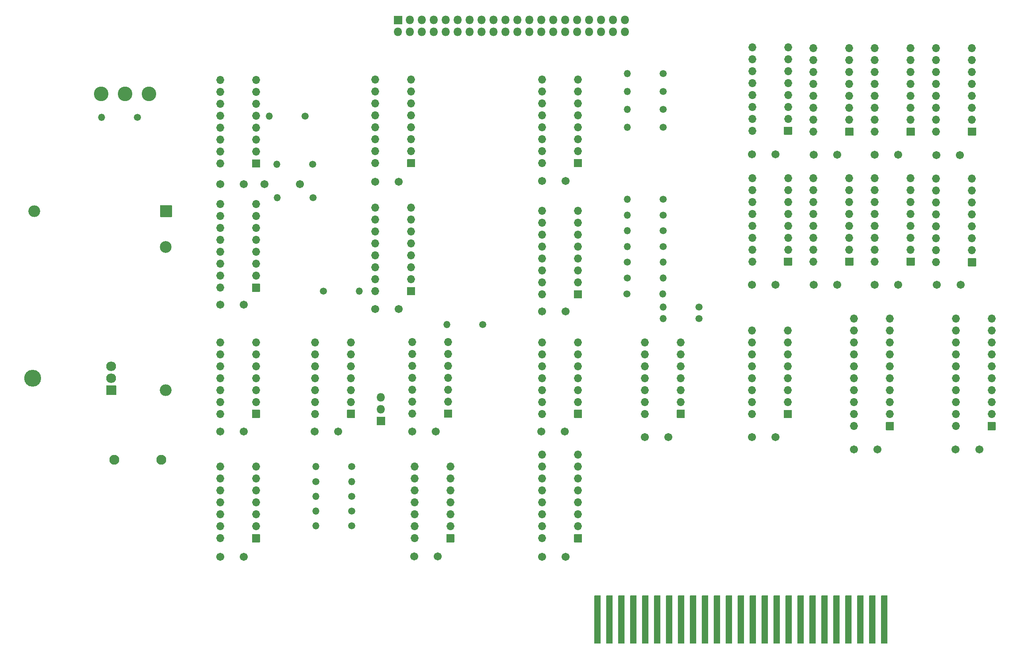
<source format=gbr>
G04 #@! TF.GenerationSoftware,KiCad,Pcbnew,5.1.8-5.1.8*
G04 #@! TF.CreationDate,2021-03-27T17:25:53-07:00*
G04 #@! TF.ProjectId,1066,31303636-2e6b-4696-9361-645f70636258,rev?*
G04 #@! TF.SameCoordinates,Original*
G04 #@! TF.FileFunction,Soldermask,Bot*
G04 #@! TF.FilePolarity,Negative*
%FSLAX46Y46*%
G04 Gerber Fmt 4.6, Leading zero omitted, Abs format (unit mm)*
G04 Created by KiCad (PCBNEW 5.1.8-5.1.8) date 2021-03-27 17:25:53*
%MOMM*%
%LPD*%
G01*
G04 APERTURE LIST*
%ADD10O,1.802000X1.802000*%
%ADD11O,3.602000X3.602000*%
%ADD12O,2.102000X2.007000*%
%ADD13C,1.702000*%
%ADD14O,1.702000X1.702000*%
%ADD15C,2.102000*%
%ADD16C,3.102000*%
%ADD17O,1.502000X1.502000*%
%ADD18C,1.502000*%
%ADD19O,2.502000X2.502000*%
%ADD20C,2.502000*%
G04 APERTURE END LIST*
G36*
G01*
X128320000Y-31509000D02*
X130020000Y-31509000D01*
G75*
G02*
X130071000Y-31560000I0J-51000D01*
G01*
X130071000Y-33260000D01*
G75*
G02*
X130020000Y-33311000I-51000J0D01*
G01*
X128320000Y-33311000D01*
G75*
G02*
X128269000Y-33260000I0J51000D01*
G01*
X128269000Y-31560000D01*
G75*
G02*
X128320000Y-31509000I51000J0D01*
G01*
G37*
D10*
X129170000Y-34950000D03*
X131710000Y-32410000D03*
X131710000Y-34950000D03*
X134250000Y-32410000D03*
X134250000Y-34950000D03*
X136790000Y-32410000D03*
X136790000Y-34950000D03*
X139330000Y-32410000D03*
X139330000Y-34950000D03*
X141870000Y-32410000D03*
X141870000Y-34950000D03*
X144410000Y-32410000D03*
X144410000Y-34950000D03*
X146950000Y-32410000D03*
X146950000Y-34950000D03*
X149490000Y-32410000D03*
X149490000Y-34950000D03*
X152030000Y-32410000D03*
X152030000Y-34950000D03*
X154570000Y-32410000D03*
X154570000Y-34950000D03*
X157110000Y-32410000D03*
X157110000Y-34950000D03*
X159650000Y-32410000D03*
X159650000Y-34950000D03*
X162190000Y-32410000D03*
X162190000Y-34950000D03*
X164730000Y-32410000D03*
X164730000Y-34950000D03*
X167270000Y-32410000D03*
X167270000Y-34950000D03*
X169810000Y-32410000D03*
X169810000Y-34950000D03*
X172350000Y-32410000D03*
X172350000Y-34950000D03*
X174890000Y-32410000D03*
X174890000Y-34950000D03*
X177430000Y-32410000D03*
X177430000Y-34950000D03*
D11*
X51540000Y-108680000D03*
G36*
G01*
X69200000Y-112223500D02*
X67200000Y-112223500D01*
G75*
G02*
X67149000Y-112172500I0J51000D01*
G01*
X67149000Y-110267500D01*
G75*
G02*
X67200000Y-110216500I51000J0D01*
G01*
X69200000Y-110216500D01*
G75*
G02*
X69251000Y-110267500I0J-51000D01*
G01*
X69251000Y-112172500D01*
G75*
G02*
X69200000Y-112223500I-51000J0D01*
G01*
G37*
D12*
X68200000Y-108680000D03*
X68200000Y-106140000D03*
D13*
X100780000Y-67330000D03*
X108280000Y-67330000D03*
D14*
X91360000Y-62970000D03*
X98980000Y-45190000D03*
X91360000Y-60430000D03*
X98980000Y-47730000D03*
X91360000Y-57890000D03*
X98980000Y-50270000D03*
X91360000Y-55350000D03*
X98980000Y-52810000D03*
X91360000Y-52810000D03*
X98980000Y-55350000D03*
X91360000Y-50270000D03*
X98980000Y-57890000D03*
X91360000Y-47730000D03*
X98980000Y-60430000D03*
X91360000Y-45190000D03*
G36*
G01*
X99831000Y-62170000D02*
X99831000Y-63770000D01*
G75*
G02*
X99780000Y-63821000I-51000J0D01*
G01*
X98180000Y-63821000D01*
G75*
G02*
X98129000Y-63770000I0J51000D01*
G01*
X98129000Y-62170000D01*
G75*
G02*
X98180000Y-62119000I51000J0D01*
G01*
X99780000Y-62119000D01*
G75*
G02*
X99831000Y-62170000I0J-51000D01*
G01*
G37*
D13*
X96390000Y-67360000D03*
X91390000Y-67360000D03*
X129330000Y-66860000D03*
X124330000Y-66860000D03*
X164790000Y-66690000D03*
X159790000Y-66690000D03*
X204420000Y-60990000D03*
X209420000Y-60990000D03*
X217520000Y-61080000D03*
X222520000Y-61080000D03*
X230460000Y-61080000D03*
X235460000Y-61080000D03*
X243620000Y-61160000D03*
X248620000Y-61160000D03*
X204440000Y-88750000D03*
X209440000Y-88750000D03*
X217520000Y-88760000D03*
X222520000Y-88760000D03*
X230520000Y-88760000D03*
X235520000Y-88760000D03*
X243730000Y-88750000D03*
X248730000Y-88750000D03*
X96340000Y-93010000D03*
X91340000Y-93010000D03*
X129310000Y-93910000D03*
X124310000Y-93910000D03*
X164790000Y-94440000D03*
X159790000Y-94440000D03*
X96350000Y-120020000D03*
X91350000Y-120020000D03*
X116420000Y-120030000D03*
X111420000Y-120030000D03*
X137200000Y-120020000D03*
X132200000Y-120020000D03*
X164650000Y-120030000D03*
X159650000Y-120030000D03*
X186620000Y-121220000D03*
X181620000Y-121220000D03*
X209380000Y-121220000D03*
X204380000Y-121220000D03*
X231065000Y-123790000D03*
X226065000Y-123790000D03*
X252710000Y-123790000D03*
X247710000Y-123790000D03*
X96390000Y-146680000D03*
X91390000Y-146680000D03*
X137620000Y-146610000D03*
X132620000Y-146610000D03*
X164800000Y-146680000D03*
X159800000Y-146680000D03*
D14*
X230523332Y-56200000D03*
X238143332Y-38420000D03*
X230523332Y-53660000D03*
X238143332Y-40960000D03*
X230523332Y-51120000D03*
X238143332Y-43500000D03*
X230523332Y-48580000D03*
X238143332Y-46040000D03*
X230523332Y-46040000D03*
X238143332Y-48580000D03*
X230523332Y-43500000D03*
X238143332Y-51120000D03*
X230523332Y-40960000D03*
X238143332Y-53660000D03*
X230523332Y-38420000D03*
G36*
G01*
X238994332Y-55400000D02*
X238994332Y-57000000D01*
G75*
G02*
X238943332Y-57051000I-51000J0D01*
G01*
X237343332Y-57051000D01*
G75*
G02*
X237292332Y-57000000I0J51000D01*
G01*
X237292332Y-55400000D01*
G75*
G02*
X237343332Y-55349000I51000J0D01*
G01*
X238943332Y-55349000D01*
G75*
G02*
X238994332Y-55400000I0J-51000D01*
G01*
G37*
G36*
G01*
X252031000Y-83190000D02*
X252031000Y-84790000D01*
G75*
G02*
X251980000Y-84841000I-51000J0D01*
G01*
X250380000Y-84841000D01*
G75*
G02*
X250329000Y-84790000I0J51000D01*
G01*
X250329000Y-83190000D01*
G75*
G02*
X250380000Y-83139000I51000J0D01*
G01*
X251980000Y-83139000D01*
G75*
G02*
X252031000Y-83190000I0J-51000D01*
G01*
G37*
X243560000Y-66210000D03*
X251180000Y-81450000D03*
X243560000Y-68750000D03*
X251180000Y-78910000D03*
X243560000Y-71290000D03*
X251180000Y-76370000D03*
X243560000Y-73830000D03*
X251180000Y-73830000D03*
X243560000Y-76370000D03*
X251180000Y-71290000D03*
X243560000Y-78910000D03*
X251180000Y-68750000D03*
X243560000Y-81450000D03*
X251180000Y-66210000D03*
X243560000Y-83990000D03*
D15*
X68830000Y-126010000D03*
X78830000Y-126010000D03*
D16*
X76260000Y-48150000D03*
X71180000Y-48150000D03*
X66100000Y-48140000D03*
D17*
X66150000Y-53110000D03*
D18*
X73770000Y-53110000D03*
D17*
X101830000Y-52880000D03*
D18*
X109450000Y-52880000D03*
D17*
X103370000Y-63090000D03*
D18*
X110990000Y-63090000D03*
D17*
X103490000Y-70250000D03*
D18*
X111110000Y-70250000D03*
D17*
X120900000Y-90150000D03*
D18*
X113280000Y-90150000D03*
D17*
X111680000Y-127510000D03*
D18*
X119300000Y-127510000D03*
D17*
X119290000Y-130692500D03*
D18*
X111670000Y-130692500D03*
D17*
X111670000Y-133835000D03*
D18*
X119290000Y-133835000D03*
D17*
X111670000Y-136977500D03*
D18*
X119290000Y-136977500D03*
D17*
X111670000Y-140120000D03*
D18*
X119290000Y-140120000D03*
D17*
X139540000Y-97210000D03*
D18*
X147160000Y-97210000D03*
D17*
X177930000Y-43830000D03*
D18*
X185550000Y-43830000D03*
D17*
X177940000Y-47650000D03*
D18*
X185560000Y-47650000D03*
D17*
X177940000Y-51460000D03*
D18*
X185560000Y-51460000D03*
D17*
X177940000Y-55270000D03*
D18*
X185560000Y-55270000D03*
D17*
X177880000Y-70560000D03*
D18*
X185500000Y-70560000D03*
D17*
X177880000Y-73916666D03*
D18*
X185500000Y-73916666D03*
D17*
X177880000Y-77273332D03*
D18*
X185500000Y-77273332D03*
D17*
X177880000Y-80629998D03*
D18*
X185500000Y-80629998D03*
D17*
X185500000Y-83986664D03*
D18*
X177880000Y-83986664D03*
D17*
X185500000Y-87343330D03*
D18*
X177880000Y-87343330D03*
D17*
X185460000Y-90700000D03*
D18*
X177840000Y-90700000D03*
D17*
X185520000Y-93480000D03*
D18*
X193140000Y-93480000D03*
D17*
X185530000Y-95940000D03*
D18*
X193150000Y-95940000D03*
G36*
G01*
X231854000Y-165130000D02*
X231854000Y-154970000D01*
G75*
G02*
X231905000Y-154919000I51000J0D01*
G01*
X233175000Y-154919000D01*
G75*
G02*
X233226000Y-154970000I0J-51000D01*
G01*
X233226000Y-165130000D01*
G75*
G02*
X233175000Y-165181000I-51000J0D01*
G01*
X231905000Y-165181000D01*
G75*
G02*
X231854000Y-165130000I0J51000D01*
G01*
G37*
G36*
G01*
X229314000Y-165130000D02*
X229314000Y-154970000D01*
G75*
G02*
X229365000Y-154919000I51000J0D01*
G01*
X230635000Y-154919000D01*
G75*
G02*
X230686000Y-154970000I0J-51000D01*
G01*
X230686000Y-165130000D01*
G75*
G02*
X230635000Y-165181000I-51000J0D01*
G01*
X229365000Y-165181000D01*
G75*
G02*
X229314000Y-165130000I0J51000D01*
G01*
G37*
G36*
G01*
X226774000Y-165130000D02*
X226774000Y-154970000D01*
G75*
G02*
X226825000Y-154919000I51000J0D01*
G01*
X228095000Y-154919000D01*
G75*
G02*
X228146000Y-154970000I0J-51000D01*
G01*
X228146000Y-165130000D01*
G75*
G02*
X228095000Y-165181000I-51000J0D01*
G01*
X226825000Y-165181000D01*
G75*
G02*
X226774000Y-165130000I0J51000D01*
G01*
G37*
G36*
G01*
X224234000Y-165130000D02*
X224234000Y-154970000D01*
G75*
G02*
X224285000Y-154919000I51000J0D01*
G01*
X225555000Y-154919000D01*
G75*
G02*
X225606000Y-154970000I0J-51000D01*
G01*
X225606000Y-165130000D01*
G75*
G02*
X225555000Y-165181000I-51000J0D01*
G01*
X224285000Y-165181000D01*
G75*
G02*
X224234000Y-165130000I0J51000D01*
G01*
G37*
G36*
G01*
X221694000Y-165130000D02*
X221694000Y-154970000D01*
G75*
G02*
X221745000Y-154919000I51000J0D01*
G01*
X223015000Y-154919000D01*
G75*
G02*
X223066000Y-154970000I0J-51000D01*
G01*
X223066000Y-165130000D01*
G75*
G02*
X223015000Y-165181000I-51000J0D01*
G01*
X221745000Y-165181000D01*
G75*
G02*
X221694000Y-165130000I0J51000D01*
G01*
G37*
G36*
G01*
X219154000Y-165130000D02*
X219154000Y-154970000D01*
G75*
G02*
X219205000Y-154919000I51000J0D01*
G01*
X220475000Y-154919000D01*
G75*
G02*
X220526000Y-154970000I0J-51000D01*
G01*
X220526000Y-165130000D01*
G75*
G02*
X220475000Y-165181000I-51000J0D01*
G01*
X219205000Y-165181000D01*
G75*
G02*
X219154000Y-165130000I0J51000D01*
G01*
G37*
G36*
G01*
X216614000Y-165130000D02*
X216614000Y-154970000D01*
G75*
G02*
X216665000Y-154919000I51000J0D01*
G01*
X217935000Y-154919000D01*
G75*
G02*
X217986000Y-154970000I0J-51000D01*
G01*
X217986000Y-165130000D01*
G75*
G02*
X217935000Y-165181000I-51000J0D01*
G01*
X216665000Y-165181000D01*
G75*
G02*
X216614000Y-165130000I0J51000D01*
G01*
G37*
G36*
G01*
X214074000Y-165130000D02*
X214074000Y-154970000D01*
G75*
G02*
X214125000Y-154919000I51000J0D01*
G01*
X215395000Y-154919000D01*
G75*
G02*
X215446000Y-154970000I0J-51000D01*
G01*
X215446000Y-165130000D01*
G75*
G02*
X215395000Y-165181000I-51000J0D01*
G01*
X214125000Y-165181000D01*
G75*
G02*
X214074000Y-165130000I0J51000D01*
G01*
G37*
G36*
G01*
X211534000Y-165130000D02*
X211534000Y-154970000D01*
G75*
G02*
X211585000Y-154919000I51000J0D01*
G01*
X212855000Y-154919000D01*
G75*
G02*
X212906000Y-154970000I0J-51000D01*
G01*
X212906000Y-165130000D01*
G75*
G02*
X212855000Y-165181000I-51000J0D01*
G01*
X211585000Y-165181000D01*
G75*
G02*
X211534000Y-165130000I0J51000D01*
G01*
G37*
G36*
G01*
X208994000Y-165130000D02*
X208994000Y-154970000D01*
G75*
G02*
X209045000Y-154919000I51000J0D01*
G01*
X210315000Y-154919000D01*
G75*
G02*
X210366000Y-154970000I0J-51000D01*
G01*
X210366000Y-165130000D01*
G75*
G02*
X210315000Y-165181000I-51000J0D01*
G01*
X209045000Y-165181000D01*
G75*
G02*
X208994000Y-165130000I0J51000D01*
G01*
G37*
G36*
G01*
X206454000Y-165130000D02*
X206454000Y-154970000D01*
G75*
G02*
X206505000Y-154919000I51000J0D01*
G01*
X207775000Y-154919000D01*
G75*
G02*
X207826000Y-154970000I0J-51000D01*
G01*
X207826000Y-165130000D01*
G75*
G02*
X207775000Y-165181000I-51000J0D01*
G01*
X206505000Y-165181000D01*
G75*
G02*
X206454000Y-165130000I0J51000D01*
G01*
G37*
G36*
G01*
X203914000Y-165130000D02*
X203914000Y-154970000D01*
G75*
G02*
X203965000Y-154919000I51000J0D01*
G01*
X205235000Y-154919000D01*
G75*
G02*
X205286000Y-154970000I0J-51000D01*
G01*
X205286000Y-165130000D01*
G75*
G02*
X205235000Y-165181000I-51000J0D01*
G01*
X203965000Y-165181000D01*
G75*
G02*
X203914000Y-165130000I0J51000D01*
G01*
G37*
G36*
G01*
X201374000Y-165130000D02*
X201374000Y-154970000D01*
G75*
G02*
X201425000Y-154919000I51000J0D01*
G01*
X202695000Y-154919000D01*
G75*
G02*
X202746000Y-154970000I0J-51000D01*
G01*
X202746000Y-165130000D01*
G75*
G02*
X202695000Y-165181000I-51000J0D01*
G01*
X201425000Y-165181000D01*
G75*
G02*
X201374000Y-165130000I0J51000D01*
G01*
G37*
G36*
G01*
X198834000Y-165130000D02*
X198834000Y-154970000D01*
G75*
G02*
X198885000Y-154919000I51000J0D01*
G01*
X200155000Y-154919000D01*
G75*
G02*
X200206000Y-154970000I0J-51000D01*
G01*
X200206000Y-165130000D01*
G75*
G02*
X200155000Y-165181000I-51000J0D01*
G01*
X198885000Y-165181000D01*
G75*
G02*
X198834000Y-165130000I0J51000D01*
G01*
G37*
G36*
G01*
X196294000Y-165130000D02*
X196294000Y-154970000D01*
G75*
G02*
X196345000Y-154919000I51000J0D01*
G01*
X197615000Y-154919000D01*
G75*
G02*
X197666000Y-154970000I0J-51000D01*
G01*
X197666000Y-165130000D01*
G75*
G02*
X197615000Y-165181000I-51000J0D01*
G01*
X196345000Y-165181000D01*
G75*
G02*
X196294000Y-165130000I0J51000D01*
G01*
G37*
G36*
G01*
X193754000Y-165130000D02*
X193754000Y-154970000D01*
G75*
G02*
X193805000Y-154919000I51000J0D01*
G01*
X195075000Y-154919000D01*
G75*
G02*
X195126000Y-154970000I0J-51000D01*
G01*
X195126000Y-165130000D01*
G75*
G02*
X195075000Y-165181000I-51000J0D01*
G01*
X193805000Y-165181000D01*
G75*
G02*
X193754000Y-165130000I0J51000D01*
G01*
G37*
G36*
G01*
X191214000Y-165130000D02*
X191214000Y-154970000D01*
G75*
G02*
X191265000Y-154919000I51000J0D01*
G01*
X192535000Y-154919000D01*
G75*
G02*
X192586000Y-154970000I0J-51000D01*
G01*
X192586000Y-165130000D01*
G75*
G02*
X192535000Y-165181000I-51000J0D01*
G01*
X191265000Y-165181000D01*
G75*
G02*
X191214000Y-165130000I0J51000D01*
G01*
G37*
G36*
G01*
X188674000Y-165130000D02*
X188674000Y-154970000D01*
G75*
G02*
X188725000Y-154919000I51000J0D01*
G01*
X189995000Y-154919000D01*
G75*
G02*
X190046000Y-154970000I0J-51000D01*
G01*
X190046000Y-165130000D01*
G75*
G02*
X189995000Y-165181000I-51000J0D01*
G01*
X188725000Y-165181000D01*
G75*
G02*
X188674000Y-165130000I0J51000D01*
G01*
G37*
G36*
G01*
X186134000Y-165130000D02*
X186134000Y-154970000D01*
G75*
G02*
X186185000Y-154919000I51000J0D01*
G01*
X187455000Y-154919000D01*
G75*
G02*
X187506000Y-154970000I0J-51000D01*
G01*
X187506000Y-165130000D01*
G75*
G02*
X187455000Y-165181000I-51000J0D01*
G01*
X186185000Y-165181000D01*
G75*
G02*
X186134000Y-165130000I0J51000D01*
G01*
G37*
G36*
G01*
X183594000Y-165130000D02*
X183594000Y-154970000D01*
G75*
G02*
X183645000Y-154919000I51000J0D01*
G01*
X184915000Y-154919000D01*
G75*
G02*
X184966000Y-154970000I0J-51000D01*
G01*
X184966000Y-165130000D01*
G75*
G02*
X184915000Y-165181000I-51000J0D01*
G01*
X183645000Y-165181000D01*
G75*
G02*
X183594000Y-165130000I0J51000D01*
G01*
G37*
G36*
G01*
X181054000Y-165130000D02*
X181054000Y-154970000D01*
G75*
G02*
X181105000Y-154919000I51000J0D01*
G01*
X182375000Y-154919000D01*
G75*
G02*
X182426000Y-154970000I0J-51000D01*
G01*
X182426000Y-165130000D01*
G75*
G02*
X182375000Y-165181000I-51000J0D01*
G01*
X181105000Y-165181000D01*
G75*
G02*
X181054000Y-165130000I0J51000D01*
G01*
G37*
G36*
G01*
X178514000Y-165130000D02*
X178514000Y-154970000D01*
G75*
G02*
X178565000Y-154919000I51000J0D01*
G01*
X179835000Y-154919000D01*
G75*
G02*
X179886000Y-154970000I0J-51000D01*
G01*
X179886000Y-165130000D01*
G75*
G02*
X179835000Y-165181000I-51000J0D01*
G01*
X178565000Y-165181000D01*
G75*
G02*
X178514000Y-165130000I0J51000D01*
G01*
G37*
G36*
G01*
X175974000Y-165130000D02*
X175974000Y-154970000D01*
G75*
G02*
X176025000Y-154919000I51000J0D01*
G01*
X177295000Y-154919000D01*
G75*
G02*
X177346000Y-154970000I0J-51000D01*
G01*
X177346000Y-165130000D01*
G75*
G02*
X177295000Y-165181000I-51000J0D01*
G01*
X176025000Y-165181000D01*
G75*
G02*
X175974000Y-165130000I0J51000D01*
G01*
G37*
G36*
G01*
X173434000Y-165130000D02*
X173434000Y-154970000D01*
G75*
G02*
X173485000Y-154919000I51000J0D01*
G01*
X174755000Y-154919000D01*
G75*
G02*
X174806000Y-154970000I0J-51000D01*
G01*
X174806000Y-165130000D01*
G75*
G02*
X174755000Y-165181000I-51000J0D01*
G01*
X173485000Y-165181000D01*
G75*
G02*
X173434000Y-165130000I0J51000D01*
G01*
G37*
G36*
G01*
X170894000Y-165130000D02*
X170894000Y-154970000D01*
G75*
G02*
X170945000Y-154919000I51000J0D01*
G01*
X172215000Y-154919000D01*
G75*
G02*
X172266000Y-154970000I0J-51000D01*
G01*
X172266000Y-165130000D01*
G75*
G02*
X172215000Y-165181000I-51000J0D01*
G01*
X170945000Y-165181000D01*
G75*
G02*
X170894000Y-165130000I0J51000D01*
G01*
G37*
G36*
G01*
X81091000Y-71890000D02*
X81091000Y-74290000D01*
G75*
G02*
X81040000Y-74341000I-51000J0D01*
G01*
X78640000Y-74341000D01*
G75*
G02*
X78589000Y-74290000I0J51000D01*
G01*
X78589000Y-71890000D01*
G75*
G02*
X78640000Y-71839000I51000J0D01*
G01*
X81040000Y-71839000D01*
G75*
G02*
X81091000Y-71890000I0J-51000D01*
G01*
G37*
D19*
X51840000Y-73090000D03*
G36*
G01*
X126411000Y-116940000D02*
X126411000Y-118640000D01*
G75*
G02*
X126360000Y-118691000I-51000J0D01*
G01*
X124660000Y-118691000D01*
G75*
G02*
X124609000Y-118640000I0J51000D01*
G01*
X124609000Y-116940000D01*
G75*
G02*
X124660000Y-116889000I51000J0D01*
G01*
X126360000Y-116889000D01*
G75*
G02*
X126411000Y-116940000I0J-51000D01*
G01*
G37*
D10*
X125510000Y-115250000D03*
X125510000Y-112710000D03*
D20*
X79800000Y-80750000D03*
D19*
X79800000Y-111230000D03*
G36*
G01*
X132811000Y-62090000D02*
X132811000Y-63690000D01*
G75*
G02*
X132760000Y-63741000I-51000J0D01*
G01*
X131160000Y-63741000D01*
G75*
G02*
X131109000Y-63690000I0J51000D01*
G01*
X131109000Y-62090000D01*
G75*
G02*
X131160000Y-62039000I51000J0D01*
G01*
X132760000Y-62039000D01*
G75*
G02*
X132811000Y-62090000I0J-51000D01*
G01*
G37*
D14*
X124340000Y-45110000D03*
X131960000Y-60350000D03*
X124340000Y-47650000D03*
X131960000Y-57810000D03*
X124340000Y-50190000D03*
X131960000Y-55270000D03*
X124340000Y-52730000D03*
X131960000Y-52730000D03*
X124340000Y-55270000D03*
X131960000Y-50190000D03*
X124340000Y-57810000D03*
X131960000Y-47650000D03*
X124340000Y-60350000D03*
X131960000Y-45110000D03*
X124340000Y-62890000D03*
G36*
G01*
X168261000Y-62070000D02*
X168261000Y-63670000D01*
G75*
G02*
X168210000Y-63721000I-51000J0D01*
G01*
X166610000Y-63721000D01*
G75*
G02*
X166559000Y-63670000I0J51000D01*
G01*
X166559000Y-62070000D01*
G75*
G02*
X166610000Y-62019000I51000J0D01*
G01*
X168210000Y-62019000D01*
G75*
G02*
X168261000Y-62070000I0J-51000D01*
G01*
G37*
X159790000Y-45090000D03*
X167410000Y-60330000D03*
X159790000Y-47630000D03*
X167410000Y-57790000D03*
X159790000Y-50170000D03*
X167410000Y-55250000D03*
X159790000Y-52710000D03*
X167410000Y-52710000D03*
X159790000Y-55250000D03*
X167410000Y-50170000D03*
X159790000Y-57790000D03*
X167410000Y-47630000D03*
X159790000Y-60330000D03*
X167410000Y-45090000D03*
X159790000Y-62870000D03*
G36*
G01*
X212921000Y-55190000D02*
X212921000Y-56790000D01*
G75*
G02*
X212870000Y-56841000I-51000J0D01*
G01*
X211270000Y-56841000D01*
G75*
G02*
X211219000Y-56790000I0J51000D01*
G01*
X211219000Y-55190000D01*
G75*
G02*
X211270000Y-55139000I51000J0D01*
G01*
X212870000Y-55139000D01*
G75*
G02*
X212921000Y-55190000I0J-51000D01*
G01*
G37*
X204450000Y-38210000D03*
X212070000Y-53450000D03*
X204450000Y-40750000D03*
X212070000Y-50910000D03*
X204450000Y-43290000D03*
X212070000Y-48370000D03*
X204450000Y-45830000D03*
X212070000Y-45830000D03*
X204450000Y-48370000D03*
X212070000Y-43290000D03*
X204450000Y-50910000D03*
X212070000Y-40750000D03*
X204450000Y-53450000D03*
X212070000Y-38210000D03*
X204450000Y-55990000D03*
G36*
G01*
X225957666Y-55400000D02*
X225957666Y-57000000D01*
G75*
G02*
X225906666Y-57051000I-51000J0D01*
G01*
X224306666Y-57051000D01*
G75*
G02*
X224255666Y-57000000I0J51000D01*
G01*
X224255666Y-55400000D01*
G75*
G02*
X224306666Y-55349000I51000J0D01*
G01*
X225906666Y-55349000D01*
G75*
G02*
X225957666Y-55400000I0J-51000D01*
G01*
G37*
X217486666Y-38420000D03*
X225106666Y-53660000D03*
X217486666Y-40960000D03*
X225106666Y-51120000D03*
X217486666Y-43500000D03*
X225106666Y-48580000D03*
X217486666Y-46040000D03*
X225106666Y-46040000D03*
X217486666Y-48580000D03*
X225106666Y-43500000D03*
X217486666Y-51120000D03*
X225106666Y-40960000D03*
X217486666Y-53660000D03*
X225106666Y-38420000D03*
X217486666Y-56200000D03*
G36*
G01*
X252031000Y-55370000D02*
X252031000Y-56970000D01*
G75*
G02*
X251980000Y-57021000I-51000J0D01*
G01*
X250380000Y-57021000D01*
G75*
G02*
X250329000Y-56970000I0J51000D01*
G01*
X250329000Y-55370000D01*
G75*
G02*
X250380000Y-55319000I51000J0D01*
G01*
X251980000Y-55319000D01*
G75*
G02*
X252031000Y-55370000I0J-51000D01*
G01*
G37*
X243560000Y-38390000D03*
X251180000Y-53630000D03*
X243560000Y-40930000D03*
X251180000Y-51090000D03*
X243560000Y-43470000D03*
X251180000Y-48550000D03*
X243560000Y-46010000D03*
X251180000Y-46010000D03*
X243560000Y-48550000D03*
X251180000Y-43470000D03*
X243560000Y-51090000D03*
X251180000Y-40930000D03*
X243560000Y-53630000D03*
X251180000Y-38390000D03*
X243560000Y-56170000D03*
X204450000Y-83830000D03*
X212070000Y-66050000D03*
X204450000Y-81290000D03*
X212070000Y-68590000D03*
X204450000Y-78750000D03*
X212070000Y-71130000D03*
X204450000Y-76210000D03*
X212070000Y-73670000D03*
X204450000Y-73670000D03*
X212070000Y-76210000D03*
X204450000Y-71130000D03*
X212070000Y-78750000D03*
X204450000Y-68590000D03*
X212070000Y-81290000D03*
X204450000Y-66050000D03*
G36*
G01*
X212921000Y-83030000D02*
X212921000Y-84630000D01*
G75*
G02*
X212870000Y-84681000I-51000J0D01*
G01*
X211270000Y-84681000D01*
G75*
G02*
X211219000Y-84630000I0J51000D01*
G01*
X211219000Y-83030000D01*
G75*
G02*
X211270000Y-82979000I51000J0D01*
G01*
X212870000Y-82979000D01*
G75*
G02*
X212921000Y-83030000I0J-51000D01*
G01*
G37*
G36*
G01*
X225957666Y-83030000D02*
X225957666Y-84630000D01*
G75*
G02*
X225906666Y-84681000I-51000J0D01*
G01*
X224306666Y-84681000D01*
G75*
G02*
X224255666Y-84630000I0J51000D01*
G01*
X224255666Y-83030000D01*
G75*
G02*
X224306666Y-82979000I51000J0D01*
G01*
X225906666Y-82979000D01*
G75*
G02*
X225957666Y-83030000I0J-51000D01*
G01*
G37*
X217486666Y-66050000D03*
X225106666Y-81290000D03*
X217486666Y-68590000D03*
X225106666Y-78750000D03*
X217486666Y-71130000D03*
X225106666Y-76210000D03*
X217486666Y-73670000D03*
X225106666Y-73670000D03*
X217486666Y-76210000D03*
X225106666Y-71130000D03*
X217486666Y-78750000D03*
X225106666Y-68590000D03*
X217486666Y-81290000D03*
X225106666Y-66050000D03*
X217486666Y-83830000D03*
X230523332Y-83830000D03*
X238143332Y-66050000D03*
X230523332Y-81290000D03*
X238143332Y-68590000D03*
X230523332Y-78750000D03*
X238143332Y-71130000D03*
X230523332Y-76210000D03*
X238143332Y-73670000D03*
X230523332Y-73670000D03*
X238143332Y-76210000D03*
X230523332Y-71130000D03*
X238143332Y-78750000D03*
X230523332Y-68590000D03*
X238143332Y-81290000D03*
X230523332Y-66050000D03*
G36*
G01*
X238994332Y-83030000D02*
X238994332Y-84630000D01*
G75*
G02*
X238943332Y-84681000I-51000J0D01*
G01*
X237343332Y-84681000D01*
G75*
G02*
X237292332Y-84630000I0J51000D01*
G01*
X237292332Y-83030000D01*
G75*
G02*
X237343332Y-82979000I51000J0D01*
G01*
X238943332Y-82979000D01*
G75*
G02*
X238994332Y-83030000I0J-51000D01*
G01*
G37*
X91360000Y-89410000D03*
X98980000Y-71630000D03*
X91360000Y-86870000D03*
X98980000Y-74170000D03*
X91360000Y-84330000D03*
X98980000Y-76710000D03*
X91360000Y-81790000D03*
X98980000Y-79250000D03*
X91360000Y-79250000D03*
X98980000Y-81790000D03*
X91360000Y-76710000D03*
X98980000Y-84330000D03*
X91360000Y-74170000D03*
X98980000Y-86870000D03*
X91360000Y-71630000D03*
G36*
G01*
X99831000Y-88610000D02*
X99831000Y-90210000D01*
G75*
G02*
X99780000Y-90261000I-51000J0D01*
G01*
X98180000Y-90261000D01*
G75*
G02*
X98129000Y-90210000I0J51000D01*
G01*
X98129000Y-88610000D01*
G75*
G02*
X98180000Y-88559000I51000J0D01*
G01*
X99780000Y-88559000D01*
G75*
G02*
X99831000Y-88610000I0J-51000D01*
G01*
G37*
G36*
G01*
X132791000Y-89330000D02*
X132791000Y-90930000D01*
G75*
G02*
X132740000Y-90981000I-51000J0D01*
G01*
X131140000Y-90981000D01*
G75*
G02*
X131089000Y-90930000I0J51000D01*
G01*
X131089000Y-89330000D01*
G75*
G02*
X131140000Y-89279000I51000J0D01*
G01*
X132740000Y-89279000D01*
G75*
G02*
X132791000Y-89330000I0J-51000D01*
G01*
G37*
X124320000Y-72350000D03*
X131940000Y-87590000D03*
X124320000Y-74890000D03*
X131940000Y-85050000D03*
X124320000Y-77430000D03*
X131940000Y-82510000D03*
X124320000Y-79970000D03*
X131940000Y-79970000D03*
X124320000Y-82510000D03*
X131940000Y-77430000D03*
X124320000Y-85050000D03*
X131940000Y-74890000D03*
X124320000Y-87590000D03*
X131940000Y-72350000D03*
X124320000Y-90130000D03*
X159790000Y-90790000D03*
X167410000Y-73010000D03*
X159790000Y-88250000D03*
X167410000Y-75550000D03*
X159790000Y-85710000D03*
X167410000Y-78090000D03*
X159790000Y-83170000D03*
X167410000Y-80630000D03*
X159790000Y-80630000D03*
X167410000Y-83170000D03*
X159790000Y-78090000D03*
X167410000Y-85710000D03*
X159790000Y-75550000D03*
X167410000Y-88250000D03*
X159790000Y-73010000D03*
G36*
G01*
X168261000Y-89990000D02*
X168261000Y-91590000D01*
G75*
G02*
X168210000Y-91641000I-51000J0D01*
G01*
X166610000Y-91641000D01*
G75*
G02*
X166559000Y-91590000I0J51000D01*
G01*
X166559000Y-89990000D01*
G75*
G02*
X166610000Y-89939000I51000J0D01*
G01*
X168210000Y-89939000D01*
G75*
G02*
X168261000Y-89990000I0J-51000D01*
G01*
G37*
G36*
G01*
X99831000Y-115450000D02*
X99831000Y-117050000D01*
G75*
G02*
X99780000Y-117101000I-51000J0D01*
G01*
X98180000Y-117101000D01*
G75*
G02*
X98129000Y-117050000I0J51000D01*
G01*
X98129000Y-115450000D01*
G75*
G02*
X98180000Y-115399000I51000J0D01*
G01*
X99780000Y-115399000D01*
G75*
G02*
X99831000Y-115450000I0J-51000D01*
G01*
G37*
X91360000Y-101010000D03*
X98980000Y-113710000D03*
X91360000Y-103550000D03*
X98980000Y-111170000D03*
X91360000Y-106090000D03*
X98980000Y-108630000D03*
X91360000Y-108630000D03*
X98980000Y-106090000D03*
X91360000Y-111170000D03*
X98980000Y-103550000D03*
X91360000Y-113710000D03*
X98980000Y-101010000D03*
X91360000Y-116250000D03*
X111560000Y-116250000D03*
X119180000Y-101010000D03*
X111560000Y-113710000D03*
X119180000Y-103550000D03*
X111560000Y-111170000D03*
X119180000Y-106090000D03*
X111560000Y-108630000D03*
X119180000Y-108630000D03*
X111560000Y-106090000D03*
X119180000Y-111170000D03*
X111560000Y-103550000D03*
X119180000Y-113710000D03*
X111560000Y-101010000D03*
G36*
G01*
X120031000Y-115450000D02*
X120031000Y-117050000D01*
G75*
G02*
X119980000Y-117101000I-51000J0D01*
G01*
X118380000Y-117101000D01*
G75*
G02*
X118329000Y-117050000I0J51000D01*
G01*
X118329000Y-115450000D01*
G75*
G02*
X118380000Y-115399000I51000J0D01*
G01*
X119980000Y-115399000D01*
G75*
G02*
X120031000Y-115450000I0J-51000D01*
G01*
G37*
X132210000Y-116200000D03*
X139830000Y-100960000D03*
X132210000Y-113660000D03*
X139830000Y-103500000D03*
X132210000Y-111120000D03*
X139830000Y-106040000D03*
X132210000Y-108580000D03*
X139830000Y-108580000D03*
X132210000Y-106040000D03*
X139830000Y-111120000D03*
X132210000Y-103500000D03*
X139830000Y-113660000D03*
X132210000Y-100960000D03*
G36*
G01*
X140681000Y-115400000D02*
X140681000Y-117000000D01*
G75*
G02*
X140630000Y-117051000I-51000J0D01*
G01*
X139030000Y-117051000D01*
G75*
G02*
X138979000Y-117000000I0J51000D01*
G01*
X138979000Y-115400000D01*
G75*
G02*
X139030000Y-115349000I51000J0D01*
G01*
X140630000Y-115349000D01*
G75*
G02*
X140681000Y-115400000I0J-51000D01*
G01*
G37*
X159790000Y-116250000D03*
X167410000Y-101010000D03*
X159790000Y-113710000D03*
X167410000Y-103550000D03*
X159790000Y-111170000D03*
X167410000Y-106090000D03*
X159790000Y-108630000D03*
X167410000Y-108630000D03*
X159790000Y-106090000D03*
X167410000Y-111170000D03*
X159790000Y-103550000D03*
X167410000Y-113710000D03*
X159790000Y-101010000D03*
G36*
G01*
X168261000Y-115450000D02*
X168261000Y-117050000D01*
G75*
G02*
X168210000Y-117101000I-51000J0D01*
G01*
X166610000Y-117101000D01*
G75*
G02*
X166559000Y-117050000I0J51000D01*
G01*
X166559000Y-115450000D01*
G75*
G02*
X166610000Y-115399000I51000J0D01*
G01*
X168210000Y-115399000D01*
G75*
G02*
X168261000Y-115450000I0J-51000D01*
G01*
G37*
G36*
G01*
X190121000Y-115450000D02*
X190121000Y-117050000D01*
G75*
G02*
X190070000Y-117101000I-51000J0D01*
G01*
X188470000Y-117101000D01*
G75*
G02*
X188419000Y-117050000I0J51000D01*
G01*
X188419000Y-115450000D01*
G75*
G02*
X188470000Y-115399000I51000J0D01*
G01*
X190070000Y-115399000D01*
G75*
G02*
X190121000Y-115450000I0J-51000D01*
G01*
G37*
X181650000Y-101010000D03*
X189270000Y-113710000D03*
X181650000Y-103550000D03*
X189270000Y-111170000D03*
X181650000Y-106090000D03*
X189270000Y-108630000D03*
X181650000Y-108630000D03*
X189270000Y-106090000D03*
X181650000Y-111170000D03*
X189270000Y-103550000D03*
X181650000Y-113710000D03*
X189270000Y-101010000D03*
X181650000Y-116250000D03*
X204410000Y-116300000D03*
X212030000Y-98520000D03*
X204410000Y-113760000D03*
X212030000Y-101060000D03*
X204410000Y-111220000D03*
X212030000Y-103600000D03*
X204410000Y-108680000D03*
X212030000Y-106140000D03*
X204410000Y-106140000D03*
X212030000Y-108680000D03*
X204410000Y-103600000D03*
X212030000Y-111220000D03*
X204410000Y-101060000D03*
X212030000Y-113760000D03*
X204410000Y-98520000D03*
G36*
G01*
X212881000Y-115500000D02*
X212881000Y-117100000D01*
G75*
G02*
X212830000Y-117151000I-51000J0D01*
G01*
X211230000Y-117151000D01*
G75*
G02*
X211179000Y-117100000I0J51000D01*
G01*
X211179000Y-115500000D01*
G75*
G02*
X211230000Y-115449000I51000J0D01*
G01*
X212830000Y-115449000D01*
G75*
G02*
X212881000Y-115500000I0J-51000D01*
G01*
G37*
X226095000Y-118870000D03*
X233715000Y-96010000D03*
X226095000Y-116330000D03*
X233715000Y-98550000D03*
X226095000Y-113790000D03*
X233715000Y-101090000D03*
X226095000Y-111250000D03*
X233715000Y-103630000D03*
X226095000Y-108710000D03*
X233715000Y-106170000D03*
X226095000Y-106170000D03*
X233715000Y-108710000D03*
X226095000Y-103630000D03*
X233715000Y-111250000D03*
X226095000Y-101090000D03*
X233715000Y-113790000D03*
X226095000Y-98550000D03*
X233715000Y-116330000D03*
X226095000Y-96010000D03*
G36*
G01*
X234566000Y-118070000D02*
X234566000Y-119670000D01*
G75*
G02*
X234515000Y-119721000I-51000J0D01*
G01*
X232915000Y-119721000D01*
G75*
G02*
X232864000Y-119670000I0J51000D01*
G01*
X232864000Y-118070000D01*
G75*
G02*
X232915000Y-118019000I51000J0D01*
G01*
X234515000Y-118019000D01*
G75*
G02*
X234566000Y-118070000I0J-51000D01*
G01*
G37*
G36*
G01*
X256211000Y-118070000D02*
X256211000Y-119670000D01*
G75*
G02*
X256160000Y-119721000I-51000J0D01*
G01*
X254560000Y-119721000D01*
G75*
G02*
X254509000Y-119670000I0J51000D01*
G01*
X254509000Y-118070000D01*
G75*
G02*
X254560000Y-118019000I51000J0D01*
G01*
X256160000Y-118019000D01*
G75*
G02*
X256211000Y-118070000I0J-51000D01*
G01*
G37*
X247740000Y-96010000D03*
X255360000Y-116330000D03*
X247740000Y-98550000D03*
X255360000Y-113790000D03*
X247740000Y-101090000D03*
X255360000Y-111250000D03*
X247740000Y-103630000D03*
X255360000Y-108710000D03*
X247740000Y-106170000D03*
X255360000Y-106170000D03*
X247740000Y-108710000D03*
X255360000Y-103630000D03*
X247740000Y-111250000D03*
X255360000Y-101090000D03*
X247740000Y-113790000D03*
X255360000Y-98550000D03*
X247740000Y-116330000D03*
X255360000Y-96010000D03*
X247740000Y-118870000D03*
X91360000Y-142750000D03*
X98980000Y-127510000D03*
X91360000Y-140210000D03*
X98980000Y-130050000D03*
X91360000Y-137670000D03*
X98980000Y-132590000D03*
X91360000Y-135130000D03*
X98980000Y-135130000D03*
X91360000Y-132590000D03*
X98980000Y-137670000D03*
X91360000Y-130050000D03*
X98980000Y-140210000D03*
X91360000Y-127510000D03*
G36*
G01*
X99831000Y-141950000D02*
X99831000Y-143550000D01*
G75*
G02*
X99780000Y-143601000I-51000J0D01*
G01*
X98180000Y-143601000D01*
G75*
G02*
X98129000Y-143550000I0J51000D01*
G01*
X98129000Y-141950000D01*
G75*
G02*
X98180000Y-141899000I51000J0D01*
G01*
X99780000Y-141899000D01*
G75*
G02*
X99831000Y-141950000I0J-51000D01*
G01*
G37*
G36*
G01*
X141131000Y-141950000D02*
X141131000Y-143550000D01*
G75*
G02*
X141080000Y-143601000I-51000J0D01*
G01*
X139480000Y-143601000D01*
G75*
G02*
X139429000Y-143550000I0J51000D01*
G01*
X139429000Y-141950000D01*
G75*
G02*
X139480000Y-141899000I51000J0D01*
G01*
X141080000Y-141899000D01*
G75*
G02*
X141131000Y-141950000I0J-51000D01*
G01*
G37*
X132660000Y-127510000D03*
X140280000Y-140210000D03*
X132660000Y-130050000D03*
X140280000Y-137670000D03*
X132660000Y-132590000D03*
X140280000Y-135130000D03*
X132660000Y-135130000D03*
X140280000Y-132590000D03*
X132660000Y-137670000D03*
X140280000Y-130050000D03*
X132660000Y-140210000D03*
X140280000Y-127510000D03*
X132660000Y-142750000D03*
X159790000Y-142750000D03*
X167410000Y-124970000D03*
X159790000Y-140210000D03*
X167410000Y-127510000D03*
X159790000Y-137670000D03*
X167410000Y-130050000D03*
X159790000Y-135130000D03*
X167410000Y-132590000D03*
X159790000Y-132590000D03*
X167410000Y-135130000D03*
X159790000Y-130050000D03*
X167410000Y-137670000D03*
X159790000Y-127510000D03*
X167410000Y-140210000D03*
X159790000Y-124970000D03*
G36*
G01*
X168261000Y-141950000D02*
X168261000Y-143550000D01*
G75*
G02*
X168210000Y-143601000I-51000J0D01*
G01*
X166610000Y-143601000D01*
G75*
G02*
X166559000Y-143550000I0J51000D01*
G01*
X166559000Y-141950000D01*
G75*
G02*
X166610000Y-141899000I51000J0D01*
G01*
X168210000Y-141899000D01*
G75*
G02*
X168261000Y-141950000I0J-51000D01*
G01*
G37*
M02*

</source>
